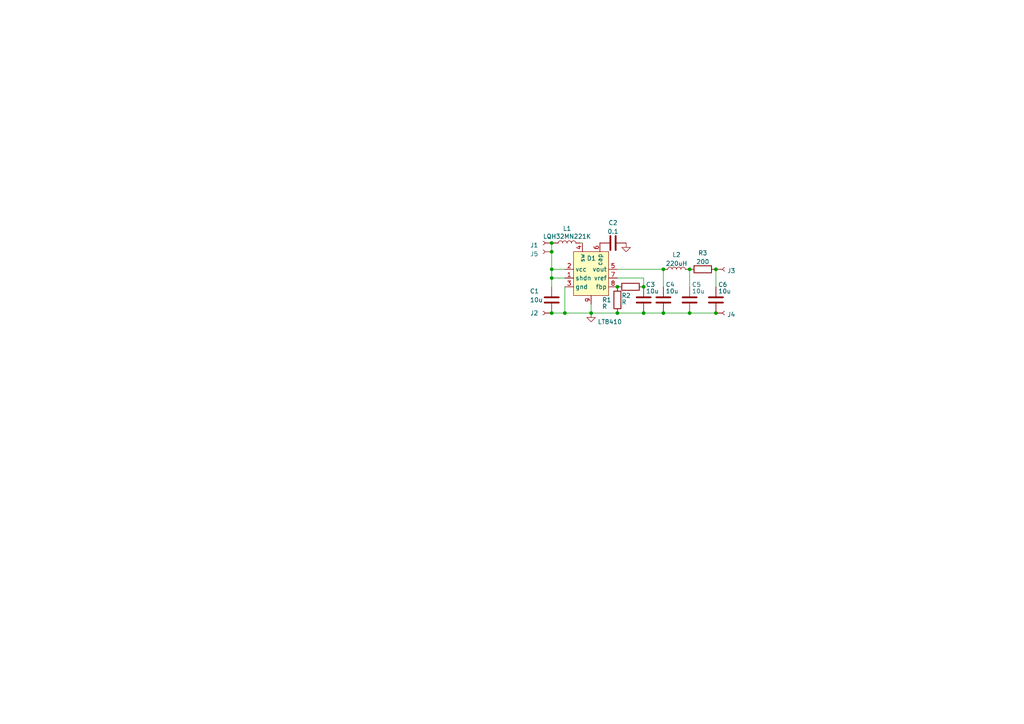
<source format=kicad_sch>
(kicad_sch (version 20211123) (generator eeschema)
  (paper "A4")
  (lib_symbols
    (symbol "Device:C" (pin_numbers hide) (pin_names (offset 0.254))
      (property "Reference" "C" (at 0.635 2.54 0))
      (property "Value" "C" (at 0.635 -2.54 0))
      (symbol "C_0_1"
        (polyline (pts (xy -2.032 -0.762) (xy 2.032 -0.762)) (stroke (width 0.508)))
        (polyline (pts (xy -2.032 0.762) (xy 2.032 0.762)) (stroke (width 0.508)))
      )
      (symbol "C_1_1"
        (pin passive line (at 0 3.81 270) (length 2.794) (name "~") (number "1"))
        (pin passive line (at 0 -3.81 90) (length 2.794) (name "~") (number "2"))
      )
    )
    (symbol "Device:L" (pin_numbers hide) (pin_names (offset 1.016) hide)
      (property "Reference" "L" (at -1.27 0 90))
      (property "Value" "L" (at 1.905 0 90))
      (symbol "L_0_1"
        (arc (start 0 -2.54) (mid 0.635 -1.905) (end 0 -1.27))
        (arc (start 0 -1.27) (mid 0.635 -0.635) (end 0 0))
        (arc (start 0 0) (mid 0.635 0.635) (end 0 1.27))
        (arc (start 0 1.27) (mid 0.635 1.905) (end 0 2.54))
      )
      (symbol "L_1_1"
        (pin passive line (at 0 3.81 270) (length 1.27) (name "1") (number "1"))
        (pin passive line (at 0 -3.81 90) (length 1.27) (name "2") (number "2"))
      )
    )
    (symbol "Device:R" (pin_numbers hide) (pin_names (offset 0))
      (property "Reference" "R" (at 2.032 0 90))
      (property "Value" "R" (at 0 0 90))
      (symbol "R_0_1"
        (rectangle (start -1.016 -2.54) (end 1.016 2.54) (stroke (width 0.254)))
      )
      (symbol "R_1_1"
        (pin passive line (at 0 3.81 270) (length 1.27) (name "~") (number "1"))
        (pin passive line (at 0 -3.81 90) (length 1.27) (name "~") (number "2"))
      )
    )
    (symbol "My-Library:Conn" (pin_numbers hide) (pin_names (offset 1.016) hide)
      (property "Reference" "J" (at 0 2.54 0))
      (property "Value" "Conn" (at 0 -2.54 0))
      (symbol "Conn_1_1"
        (arc (start 0 0.508) (mid -0.508 0) (end 0 -0.508) (stroke (width 0.1524)))
        (pin passive line (at -2.54 0 0) (length 2.0066) (name "~") (number "1"))
      )
    )
    (symbol "My-Library:LT8410"
      (property "Reference" "D" (at 0 5.08 0))
      (property "Value" "LT8410" (at 0 12.7 0))
      (symbol "LT8410_0_1"
        (rectangle (start -5.08 7.62) (end 5.08 -5.08) (stroke (width 0.1524)) (fill (type background)))
      )
      (symbol "LT8410_1_1"
        (pin input line (at -7.62 0 0) (length 2.54) (name "shdn") (number "1"))
        (pin input line (at -7.62 2.54 0) (length 2.54) (name "vcc") (number "2"))
        (pin input line (at -7.62 -2.54 0) (length 2.54) (name "gnd") (number "3"))
        (pin input line (at -2.54 10.16 270) (length 2.54) (name "sw") (number "4"))
        (pin input line (at 7.62 2.54 180) (length 2.54) (name "vout") (number "5"))
        (pin input line (at 2.54 10.16 270) (length 2.54) (name "cap") (number "6"))
        (pin input line (at 7.62 0 180) (length 2.54) (name "vref") (number "7"))
        (pin input line (at 7.62 -2.54 180) (length 2.54) (name "fbp") (number "8"))
        (pin input line (at 0 -7.62 90) (length 2.54) (name "") (number "9"))
      )
    )
    (symbol "power:GND" (power) (pin_names (offset 0))
      (property "Value" "GND" (at 0 -3.81 0))
      (symbol "GND_0_1"
        (polyline (pts (xy 0 0) (xy 0 -1.27) (xy 1.27 -1.27) (xy 0 -2.54) (xy -1.27 -1.27) (xy 0 -1.27)))
      )
      (symbol "GND_1_1"
        (pin power_in line (at 0 0 270) (length 0) hide (name "GND") (number "1"))
      )
    )
  )
  (junction (at 179.07 90.805))
  (junction (at 186.69 83.185))
  (junction (at 160.02 78.105))
  (junction (at 200.025 90.805))
  (junction (at 186.69 90.805))
  (junction (at 160.02 73.025))
  (junction (at 160.02 70.485))
  (junction (at 200.025 78.105))
  (junction (at 192.405 90.805))
  (junction (at 171.45 90.805))
  (junction (at 192.405 78.105))
  (junction (at 179.07 83.185))
  (junction (at 207.645 78.105))
  (junction (at 160.02 90.805))
  (junction (at 160.02 80.645))
  (junction (at 207.645 90.805))
  (junction (at 163.83 90.805))
  (wire (pts (xy 160.02 90.805) (xy 163.83 90.805)))
  (wire (pts (xy 163.83 90.805) (xy 171.45 90.805)))
  (wire (pts (xy 200.025 78.105) (xy 200.025 83.185)))
  (wire (pts (xy 186.69 80.645) (xy 186.69 83.185)))
  (wire (pts (xy 186.69 90.805) (xy 192.405 90.805)))
  (wire (pts (xy 168.275 70.485) (xy 168.91 70.485)))
  (wire (pts (xy 179.07 80.645) (xy 186.69 80.645)))
  (wire (pts (xy 160.02 73.025) (xy 160.02 70.485)))
  (wire (pts (xy 160.02 83.185) (xy 160.02 80.645)))
  (wire (pts (xy 160.02 78.105) (xy 160.02 73.025)))
  (wire (pts (xy 163.83 83.185) (xy 163.83 90.805)))
  (wire (pts (xy 179.07 78.105) (xy 192.405 78.105)))
  (wire (pts (xy 171.45 88.265) (xy 171.45 90.805)))
  (wire (pts (xy 160.02 78.105) (xy 163.83 78.105)))
  (wire (pts (xy 192.405 78.105) (xy 192.405 83.185)))
  (wire (pts (xy 192.405 90.805) (xy 200.025 90.805)))
  (wire (pts (xy 200.025 90.805) (xy 207.645 90.805)))
  (wire (pts (xy 171.45 90.805) (xy 179.07 90.805)))
  (wire (pts (xy 160.02 80.645) (xy 163.83 80.645)))
  (wire (pts (xy 160.02 80.645) (xy 160.02 78.105)))
  (wire (pts (xy 207.645 78.105) (xy 207.645 83.185)))
  (wire (pts (xy 179.07 90.805) (xy 186.69 90.805)))
  (wire (pts (xy 160.02 70.485) (xy 160.655 70.485)))
  (symbol (lib_id "Device:R") (at 203.835 78.105 90) (unit 1)
    (property "Reference" "R3" (at 203.835 73.3892 90))
    (property "Value" "200" (at 203.835 75.9261 90))
    (property "Footprint" "Resistor_SMD:R_0402_1005Metric" (effects hide))
  )
  (symbol (lib_id "Device:R") (at 182.88 83.185 90) (unit 1)
    (property "Reference" "R2" (at 181.61 85.725 90))
    (property "Value" "R" (at 180.975 87.63 90))
    (property "Footprint" "Resistor_SMD:R_0402_1005Metric" (effects hide))
  )
  (symbol (lib_id "Device:L") (at 196.215 78.105 90) (unit 1)
    (property "Reference" "L2" (at 196.215 73.8972 90))
    (property "Value" "220uH" (at 196.215 76.4341 90))
    (property "Footprint" "Inductor_SMD:L_0805_2012Metric" (effects hide))
  )
  (symbol (lib_id "My-Library:Conn") (at 157.48 73.025 180) (unit 1)
    (property "Reference" "J5" (at 154.94 73.66 0))
    (property "Value" "Conn" (effects hide))
    (property "Footprint" "lib:conn_mini" (effects hide))
  )
  (symbol (lib_id "power:GND") (at 181.61 70.485 0) (unit 1)
    (property "Reference" "#PWR02" (effects hide))
    (property "Value" "GND" (effects hide))
  )
  (symbol (lib_id "Device:C") (at 207.645 86.995 0) (unit 1)
    (property "Reference" "C6" (at 208.28 82.55 0) (effects (justify left)))
    (property "Value" "10u" (at 208.28 84.455 0) (effects (justify left)))
    (property "Footprint" "Capacitor_SMD:C_0805_2012Metric" (effects hide))
  )
  (symbol (lib_id "My-Library:Conn") (at 210.185 90.805 0) (unit 1)
    (property "Reference" "J4" (at 210.8962 91.2388 0) (effects (justify left)))
    (property "Value" "Conn" (effects hide))
    (property "Footprint" "lib:conn_mini" (effects hide))
  )
  (symbol (lib_id "Device:C") (at 192.405 86.995 0) (unit 1)
    (property "Reference" "C4" (at 193.04 82.55 0) (effects (justify left)))
    (property "Value" "10u" (at 193.04 84.455 0) (effects (justify left)))
    (property "Footprint" "Capacitor_SMD:C_0805_2012Metric" (effects hide))
  )
  (symbol (lib_id "My-Library:Conn") (at 157.48 70.485 180) (unit 1)
    (property "Reference" "J1" (at 154.94 71.12 0))
    (property "Value" "Conn" (effects hide))
    (property "Footprint" "lib:conn_mini" (effects hide))
  )
  (symbol (lib_id "My-Library:LT8410") (at 171.45 80.645 0) (unit 1)
    (property "Reference" "D1" (at 170.18 74.93 0) (effects (justify left)))
    (property "Value" "LT8410" (at 173.355 93.345 0) (effects (justify left)))
    (property "Footprint" "Package_DFN_QFN:DFN-8-1EP_2x2mm_P0.45mm_EP0.64x1.38mm" (effects hide))
  )
  (symbol (lib_id "Device:L") (at 164.465 70.485 90) (unit 1)
    (property "Reference" "L1" (at 164.465 66.2772 90))
    (property "Value" "LQH32MN221K" (at 164.465 68.58 90))
    (property "Footprint" "Inductor_SMD:L_1210_3225Metric" (effects hide))
  )
  (symbol (lib_id "Device:C") (at 177.8 70.485 90) (unit 1)
    (property "Reference" "C2" (at 177.8 64.6262 90))
    (property "Value" "0.1" (at 177.8 67.1631 90))
    (property "Footprint" "Capacitor_SMD:C_0402_1005Metric" (effects hide))
  )
  (symbol (lib_id "Device:C") (at 200.025 86.995 0) (unit 1)
    (property "Reference" "C5" (at 200.66 82.55 0) (effects (justify left)))
    (property "Value" "10u" (at 200.66 84.455 0) (effects (justify left)))
    (property "Footprint" "Capacitor_SMD:C_0805_2012Metric" (effects hide))
  )
  (symbol (lib_id "Device:C") (at 186.69 86.995 0) (unit 1)
    (property "Reference" "C3" (at 187.325 82.55 0) (effects (justify left)))
    (property "Value" "10u" (at 187.325 84.455 0) (effects (justify left)))
    (property "Footprint" "Capacitor_SMD:C_0402_1005Metric" (effects hide))
  )
  (symbol (lib_id "Device:C") (at 160.02 86.995 0) (unit 1)
    (property "Reference" "C1" (at 153.67 84.455 0) (effects (justify left)))
    (property "Value" "10u" (at 153.67 86.995 0) (effects (justify left)))
    (property "Footprint" "Capacitor_SMD:C_0402_1005Metric" (effects hide))
  )
  (symbol (lib_id "Device:R") (at 179.07 86.995 0) (unit 1)
    (property "Reference" "R1" (at 174.625 86.995 0) (effects (justify left)))
    (property "Value" "R" (at 174.625 88.9 0) (effects (justify left)))
    (property "Footprint" "Resistor_SMD:R_0402_1005Metric" (effects hide))
  )
  (symbol (lib_id "My-Library:Conn") (at 210.185 78.105 0) (unit 1)
    (property "Reference" "J3" (at 210.8962 78.5388 0) (effects (justify left)))
    (property "Value" "Conn" (effects hide))
    (property "Footprint" "lib:conn_mini" (effects hide))
  )
  (symbol (lib_id "power:GND") (at 171.45 90.805 0) (unit 1)
    (property "Reference" "#PWR01" (effects hide))
    (property "Value" "GND" (effects hide))
  )
  (symbol (lib_id "My-Library:Conn") (at 157.48 90.805 180) (unit 1)
    (property "Reference" "J2" (at 154.94 90.805 0))
    (property "Value" "Conn" (effects hide))
    (property "Footprint" "lib:conn_mini" (effects hide))
  )
)
</source>
